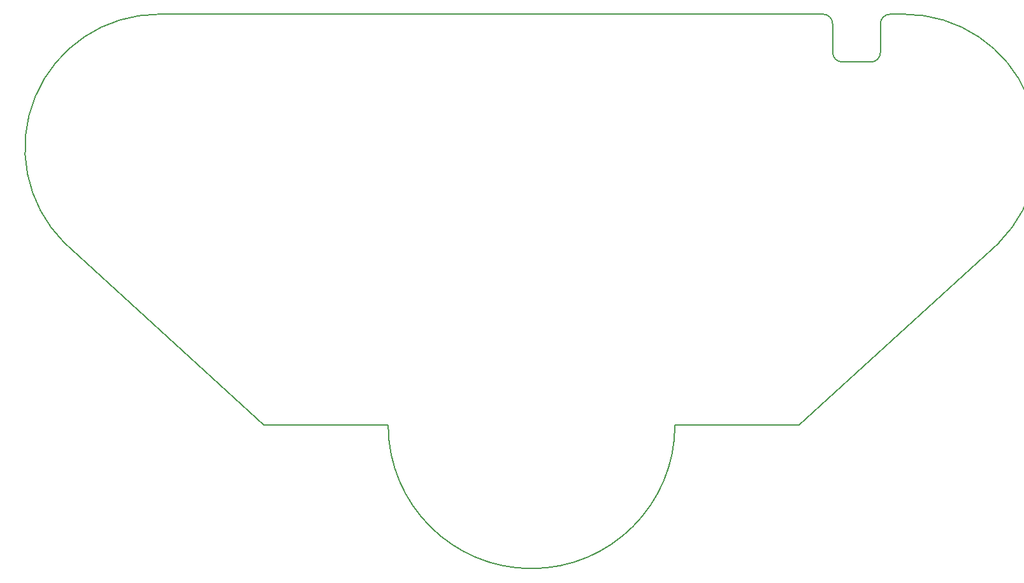
<source format=gm1>
%TF.GenerationSoftware,KiCad,Pcbnew,4.1.0-alpha+201609021633+7109~49~ubuntu16.04.1-product*%
%TF.CreationDate,2016-09-14T14:42:10+05:30*%
%TF.ProjectId,OTS2_main,4F5453325F6D61696E2E6B696361645F,rev?*%
%TF.FileFunction,Profile,NP*%
%FSLAX46Y46*%
G04 Gerber Fmt 4.6, Leading zero omitted, Abs format (unit mm)*
G04 Created by KiCad (PCBNEW 4.1.0-alpha+201609021633+7109~49~ubuntu16.04.1-product) date Wed Sep 14 14:42:10 2016*
%MOMM*%
%LPD*%
G01*
G04 APERTURE LIST*
%ADD10C,0.101600*%
%ADD11C,0.152400*%
G04 APERTURE END LIST*
D10*
D11*
X73025000Y-77470000D02*
G75*
G03X111125000Y-77470000I19050000J0D01*
G01*
X139700000Y-22860000D02*
X141605000Y-22860000D01*
X139700000Y-22860000D02*
G75*
G03X138430000Y-24130000I0J-1270000D01*
G01*
X132080000Y-24130000D02*
G75*
G03X130810000Y-22860000I-1270000J0D01*
G01*
X137160000Y-29210000D02*
G75*
G03X138430000Y-27940000I0J1270000D01*
G01*
X132080000Y-27940000D02*
G75*
G03X133350000Y-29210000I1270000J0D01*
G01*
X133350000Y-29210000D02*
X137160000Y-29210000D01*
X138430000Y-27940000D02*
X138430000Y-24130000D01*
X132080000Y-24130000D02*
X132080000Y-27940000D01*
X111125000Y-77470000D02*
X127635000Y-77470000D01*
X73025000Y-77470000D02*
X56515000Y-77470000D01*
X56515000Y-77470000D02*
X29972000Y-53213000D01*
X29972641Y-53212359D02*
G75*
G02X42545000Y-22860000I12572359J12572359D01*
G01*
X42545000Y-22860000D02*
X130810000Y-22860000D01*
X127635000Y-77470000D02*
X154178000Y-53213000D01*
X154177359Y-53212359D02*
G75*
G03X141605000Y-22860000I-12572359J12572359D01*
G01*
M02*

</source>
